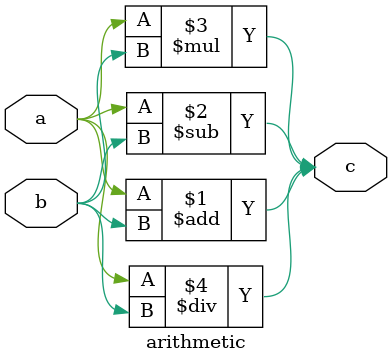
<source format=v>
module arithmetic (input a,b,output c);
assign c=a+b;
assign c=a-b;
assign c=a*b;
assign c=a/b;
endmodule

</source>
